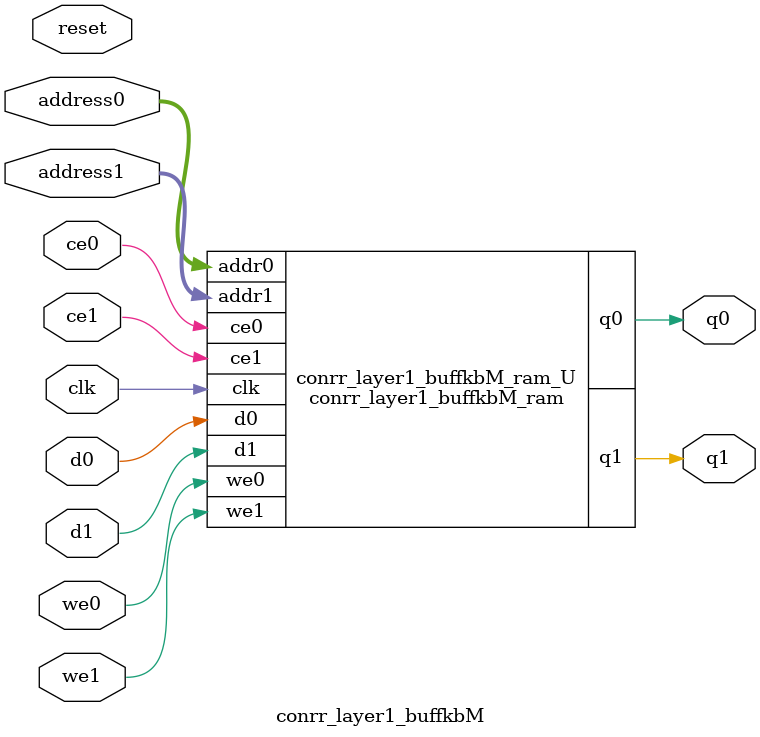
<source format=v>
`timescale 1 ns / 1 ps
module conrr_layer1_buffkbM_ram (addr0, ce0, d0, we0, q0, addr1, ce1, d1, we1, q1,  clk);

parameter DWIDTH = 1;
parameter AWIDTH = 9;
parameter MEM_SIZE = 340;

input[AWIDTH-1:0] addr0;
input ce0;
input[DWIDTH-1:0] d0;
input we0;
output reg[DWIDTH-1:0] q0;
input[AWIDTH-1:0] addr1;
input ce1;
input[DWIDTH-1:0] d1;
input we1;
output reg[DWIDTH-1:0] q1;
input clk;

(* ram_style = "block" *)reg [DWIDTH-1:0] ram[0:MEM_SIZE-1];




always @(posedge clk)  
begin 
    if (ce0) 
    begin
        if (we0) 
        begin 
            ram[addr0] <= d0; 
        end 
        q0 <= ram[addr0];
    end
end


always @(posedge clk)  
begin 
    if (ce1) 
    begin
        if (we1) 
        begin 
            ram[addr1] <= d1; 
        end 
        q1 <= ram[addr1];
    end
end


endmodule

`timescale 1 ns / 1 ps
module conrr_layer1_buffkbM(
    reset,
    clk,
    address0,
    ce0,
    we0,
    d0,
    q0,
    address1,
    ce1,
    we1,
    d1,
    q1);

parameter DataWidth = 32'd1;
parameter AddressRange = 32'd340;
parameter AddressWidth = 32'd9;
input reset;
input clk;
input[AddressWidth - 1:0] address0;
input ce0;
input we0;
input[DataWidth - 1:0] d0;
output[DataWidth - 1:0] q0;
input[AddressWidth - 1:0] address1;
input ce1;
input we1;
input[DataWidth - 1:0] d1;
output[DataWidth - 1:0] q1;



conrr_layer1_buffkbM_ram conrr_layer1_buffkbM_ram_U(
    .clk( clk ),
    .addr0( address0 ),
    .ce0( ce0 ),
    .we0( we0 ),
    .d0( d0 ),
    .q0( q0 ),
    .addr1( address1 ),
    .ce1( ce1 ),
    .we1( we1 ),
    .d1( d1 ),
    .q1( q1 ));

endmodule


</source>
